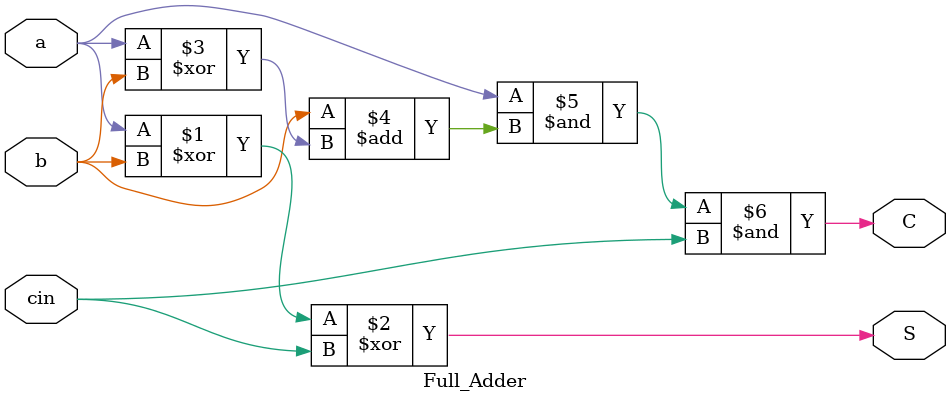
<source format=v>
module ysyx_22050518_add (
 input [63:0]    in1, 
 input [63:0]    in2,
 input            c_in,
 output           c_out,
 output [63:0]    out 
);

    assign {c_out,out} = in1+in2+c_in;

endmodule


module ysyx_22050518_full_adder_1bit(
    input a,
    input b,
    input c_in,
    output c_out,
    output s
    );
    assign s = ~a&~b&c_in|~a&b&~c_in|a&~b&~c_in|a&b&c_in;
    assign c_out = a & b|a&c_in|b&c_in;
    
    
endmodule


module Adder64_unsync(
	input [63:0]	a,
	input [63:0]	b,
	input 		cin,
	output [63:0]	s,
	output 		cout	
);
	assign {cout,s} = a + b + cin;


endmodule

module Adder64(
	input [63:0]	a,
	input [63:0]	b,
	input 		cin,
	output [63:0]	s,
	output 		cout	
);
	wire c3,c7,c11,c15,c19,c23,c27,c31,c35,c39,c43,c47,c51,c55,c59,c63;
	Four_Bits_Lookahead_Adder FA0(.a(a[3:0]),.b(b[3:0]),.cin(cin),.S(s[3:0]),.C(c3));
	Four_Bits_Lookahead_Adder FA4(.a(a[7:4]),.b(b[7:4]),.cin(c3),.S(s[7:4]),.C(c7));
	Four_Bits_Lookahead_Adder FA8(.a(a[11:8]),.b(b[11:8]),.cin(c7),.S(s[11:8]),.C(c11));
	Four_Bits_Lookahead_Adder FA12(.a(a[15:12]),.b(b[15:12]),.cin(c11),.S(s[15:12]),.C(c15));
	Four_Bits_Lookahead_Adder FA16(.a(a[19:16]),.b(b[19:16]),.cin(c15),.S(s[19:16]),.C(c19));
	Four_Bits_Lookahead_Adder FA20(.a(a[23:20]),.b(b[23:20]),.cin(c19),.S(s[23:20]),.C(c23));
	Four_Bits_Lookahead_Adder FA24(.a(a[27:24]),.b(b[27:24]),.cin(c23),.S(s[27:24]),.C(c27));
	Four_Bits_Lookahead_Adder FA28(.a(a[31:28]),.b(b[31:28]),.cin(c27),.S(s[31:28]),.C(c31));
	Four_Bits_Lookahead_Adder FA32(.a(a[35:32]),.b(b[35:32]),.cin(c31),.S(s[35:32]),.C(c35));
	Four_Bits_Lookahead_Adder FA36(.a(a[39:36]),.b(b[39:36]),.cin(c35),.S(s[39:36]),.C(c39));
	Four_Bits_Lookahead_Adder FA40(.a(a[43:40]),.b(b[43:40]),.cin(c39),.S(s[43:40]),.C(c43));
	Four_Bits_Lookahead_Adder FA44(.a(a[47:44]),.b(b[47:44]),.cin(c43),.S(s[47:44]),.C(c47));
	Four_Bits_Lookahead_Adder FA48(.a(a[51:48]),.b(b[51:48]),.cin(c47),.S(s[51:48]),.C(c51));
	Four_Bits_Lookahead_Adder FA52(.a(a[55:52]),.b(b[55:52]),.cin(c51),.S(s[55:52]),.C(c55));
	Four_Bits_Lookahead_Adder FA60(.a(a[59:56]),.b(b[59:56]),.cin(c55),.S(s[59:56]),.C(c59));
	Four_Bits_Lookahead_Adder FA64(.a(a[63:60]),.b(b[63:60]),.cin(c59),.S(s[63:60]),.C(cout));

endmodule

module Four_Bits_Lookahead_Adder(a,b,cin,S,C);
    input [3:0] a;
    input [3:0] b;
    input cin;
    output [3:0] S;
    output C;
    wire [4:1] c;
    
    Lookahead uut(a,b,cin,c);
    assign C=c[4];
    Full_Adder u1(a[0],b[0],cin,S[0]);
    Full_Adder u2(a[1],b[1],c[1],S[1]);
    Full_Adder u3(a[2],b[2],c[2],S[2]);
    Full_Adder u4(a[3],b[3],c[3],S[3]);
endmodule

module Lookahead(a,b,cin,C);
    input [3:0] a;
    input [3:0] b;
    input cin;
    output [4:1] C;
    wire [3:0] G;
    wire [3:0] P;
    
    assign G[0]=a[0]&b[0];
    assign G[1]=a[1]&b[1];
    assign G[2]=a[2]&b[2];
    assign G[3]=a[3]&b[3];
    
    assign P[0]=a[0]|b[0];    
    assign P[1]=a[1]|b[1];
    assign P[2]=a[2]|b[2];
    assign P[3]=a[3]|b[3];
    
    assign C[1]=G[0]|(P[0]&cin);
    assign C[2]=G[1]|(P[1]&G[0])|(P[1]&P[0]&cin);
    assign C[3]=G[2]|(P[2]&G[1])|(P[2]&P[1]&G[0])|(P[2]&P[1]&P[0]&cin);
    assign C[4]=G[3]|(P[3]&G[2])|(P[3]&P[2]&G[1])|(P[3]&P[2]&P[1]&G[0])|(P[3]&P[2]&P[1]&P[0]&cin);
endmodule
module Full_Adder(a,b,cin,S,C);
    	input a,b,cin;
    	output S,C;

	assign S = a^b^cin;
	assign C = a&b + (a^b)&cin;

endmodule
</source>
